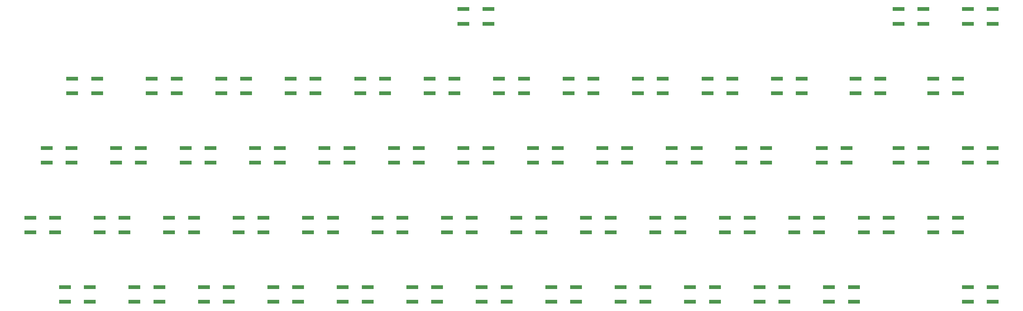
<source format=gbp>
G04 #@! TF.GenerationSoftware,KiCad,Pcbnew,(5.1.10)-1*
G04 #@! TF.CreationDate,2021-10-26T21:43:45-04:00*
G04 #@! TF.ProjectId,CoCo3SwitchBoard,436f436f-3353-4776-9974-6368426f6172,1.0*
G04 #@! TF.SameCoordinates,Original*
G04 #@! TF.FileFunction,Paste,Bot*
G04 #@! TF.FilePolarity,Positive*
%FSLAX46Y46*%
G04 Gerber Fmt 4.6, Leading zero omitted, Abs format (unit mm)*
G04 Created by KiCad (PCBNEW (5.1.10)-1) date 2021-10-26 21:43:45*
%MOMM*%
%LPD*%
G01*
G04 APERTURE LIST*
%ADD10R,3.200000X1.000000*%
G04 APERTURE END LIST*
D10*
X243150000Y64500000D03*
X236350000Y64500000D03*
X236350000Y60500000D03*
X243150000Y60500000D03*
X28900000Y64500000D03*
X22100000Y64500000D03*
X22100000Y60500000D03*
X28900000Y60500000D03*
X221650000Y64500000D03*
X214850000Y64500000D03*
X214850000Y60500000D03*
X221650000Y60500000D03*
X140900000Y7500000D03*
X134100000Y7500000D03*
X134100000Y3500000D03*
X140900000Y3500000D03*
X135900000Y83500000D03*
X129100000Y83500000D03*
X129100000Y79500000D03*
X135900000Y79500000D03*
X55400000Y26500000D03*
X48600000Y26500000D03*
X48600000Y22500000D03*
X55400000Y22500000D03*
X188400000Y26500000D03*
X181600000Y26500000D03*
X181600000Y22500000D03*
X188400000Y22500000D03*
X116900000Y45500000D03*
X110100000Y45500000D03*
X110100000Y41500000D03*
X116900000Y41500000D03*
X273900000Y83500000D03*
X267100000Y83500000D03*
X267100000Y79500000D03*
X273900000Y79500000D03*
X202650000Y64500000D03*
X195850000Y64500000D03*
X195850000Y60500000D03*
X202650000Y60500000D03*
X121900000Y7500000D03*
X115100000Y7500000D03*
X115100000Y3500000D03*
X121900000Y3500000D03*
X273900000Y45500000D03*
X267100000Y45500000D03*
X267100000Y41500000D03*
X273900000Y41500000D03*
X107650000Y64500000D03*
X100850000Y64500000D03*
X100850000Y60500000D03*
X107650000Y60500000D03*
X145650000Y64500000D03*
X138850000Y64500000D03*
X138850000Y60500000D03*
X145650000Y60500000D03*
X97900000Y45500000D03*
X91100000Y45500000D03*
X91100000Y41500000D03*
X97900000Y41500000D03*
X254900000Y83500000D03*
X248100000Y83500000D03*
X248100000Y79500000D03*
X254900000Y79500000D03*
X235900000Y7500000D03*
X229100000Y7500000D03*
X229100000Y3500000D03*
X235900000Y3500000D03*
X102900000Y7500000D03*
X96100000Y7500000D03*
X96100000Y3500000D03*
X102900000Y3500000D03*
X254900000Y45500000D03*
X248100000Y45500000D03*
X248100000Y41500000D03*
X254900000Y41500000D03*
X150400000Y26500000D03*
X143600000Y26500000D03*
X143600000Y22500000D03*
X150400000Y22500000D03*
X164650000Y64500000D03*
X157850000Y64500000D03*
X157850000Y60500000D03*
X164650000Y60500000D03*
X74400000Y26500000D03*
X67600000Y26500000D03*
X67600000Y22500000D03*
X74400000Y22500000D03*
X21900000Y45500000D03*
X15100000Y45500000D03*
X15100000Y41500000D03*
X21900000Y41500000D03*
X183650000Y64500000D03*
X176850000Y64500000D03*
X176850000Y60500000D03*
X183650000Y60500000D03*
X83900000Y7500000D03*
X77100000Y7500000D03*
X77100000Y3500000D03*
X83900000Y3500000D03*
X264400000Y64500000D03*
X257600000Y64500000D03*
X257600000Y60500000D03*
X264400000Y60500000D03*
X112400000Y26500000D03*
X105600000Y26500000D03*
X105600000Y22500000D03*
X112400000Y22500000D03*
X192900000Y45500000D03*
X186100000Y45500000D03*
X186100000Y41500000D03*
X192900000Y41500000D03*
X78900000Y45500000D03*
X72100000Y45500000D03*
X72100000Y41500000D03*
X78900000Y41500000D03*
X17400000Y26500000D03*
X10600000Y26500000D03*
X10600000Y22500000D03*
X17400000Y22500000D03*
X211900000Y45500000D03*
X205100000Y45500000D03*
X205100000Y41500000D03*
X211900000Y41500000D03*
X64900000Y7500000D03*
X58100000Y7500000D03*
X58100000Y3500000D03*
X64900000Y3500000D03*
X264400000Y26500000D03*
X257600000Y26500000D03*
X257600000Y22500000D03*
X264400000Y22500000D03*
X59900000Y45500000D03*
X53100000Y45500000D03*
X53100000Y41500000D03*
X59900000Y41500000D03*
X173900000Y45500000D03*
X167100000Y45500000D03*
X167100000Y41500000D03*
X173900000Y41500000D03*
X88650000Y64500000D03*
X81850000Y64500000D03*
X81850000Y60500000D03*
X88650000Y60500000D03*
X273900000Y7500000D03*
X267100000Y7500000D03*
X267100000Y3500000D03*
X273900000Y3500000D03*
X216900000Y7500000D03*
X210100000Y7500000D03*
X210100000Y3500000D03*
X216900000Y3500000D03*
X45900000Y7500000D03*
X39100000Y7500000D03*
X39100000Y3500000D03*
X45900000Y3500000D03*
X50650000Y64500000D03*
X43850000Y64500000D03*
X43850000Y60500000D03*
X50650000Y60500000D03*
X93400000Y26500000D03*
X86600000Y26500000D03*
X86600000Y22500000D03*
X93400000Y22500000D03*
X154900000Y45500000D03*
X148100000Y45500000D03*
X148100000Y41500000D03*
X154900000Y41500000D03*
X126650000Y64500000D03*
X119850000Y64500000D03*
X119850000Y60500000D03*
X126650000Y60500000D03*
X245400000Y26500000D03*
X238600000Y26500000D03*
X238600000Y22500000D03*
X245400000Y22500000D03*
X178900000Y7500000D03*
X172100000Y7500000D03*
X172100000Y3500000D03*
X178900000Y3500000D03*
X26900000Y7500000D03*
X20100000Y7500000D03*
X20100000Y3500000D03*
X26900000Y3500000D03*
X131400000Y26500000D03*
X124600000Y26500000D03*
X124600000Y22500000D03*
X131400000Y22500000D03*
X36400000Y26500000D03*
X29600000Y26500000D03*
X29600000Y22500000D03*
X36400000Y22500000D03*
X169400000Y26500000D03*
X162600000Y26500000D03*
X162600000Y22500000D03*
X169400000Y22500000D03*
X40900000Y45500000D03*
X34100000Y45500000D03*
X34100000Y41500000D03*
X40900000Y41500000D03*
X233900000Y45500000D03*
X227100000Y45500000D03*
X227100000Y41500000D03*
X233900000Y41500000D03*
X159900000Y7500000D03*
X153100000Y7500000D03*
X153100000Y3500000D03*
X159900000Y3500000D03*
X197900000Y7500000D03*
X191100000Y7500000D03*
X191100000Y3500000D03*
X197900000Y3500000D03*
X69650000Y64500000D03*
X62850000Y64500000D03*
X62850000Y60500000D03*
X69650000Y60500000D03*
X207400000Y26500000D03*
X200600000Y26500000D03*
X200600000Y22500000D03*
X207400000Y22500000D03*
X135900000Y45500000D03*
X129100000Y45500000D03*
X129100000Y41500000D03*
X135900000Y41500000D03*
X226400000Y26500000D03*
X219600000Y26500000D03*
X219600000Y22500000D03*
X226400000Y22500000D03*
M02*

</source>
